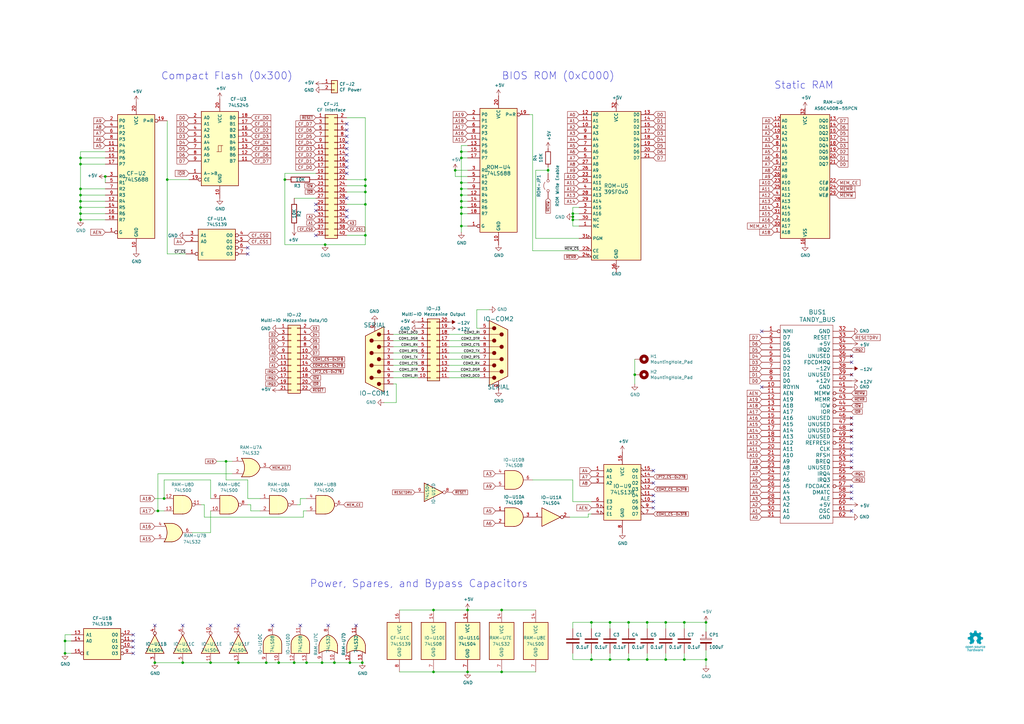
<source format=kicad_sch>
(kicad_sch (version 20250114) (generator "eeschema") (generator_version "9.0")
  (paper "A3")
  (title_block (title "Tandy 1000 EX/HX 3-in-1 Multi-IO Upgrade") (date "2021-10-14") (rev "2.2") (company "Rob Krenicki") (comment 1 "OSHW - Creative Commons Attribution ShareAlike 3.0") (comment 2 "Derrived from designs by:  Sergey Kiselev, James Pearce, Adrian Black"))
  (text "Compact Flash (0x300)" (at 66.04 33.02 0) (effects (font (size 2.9972 2.9972)) (justify left bottom)))
  (text "Static RAM" (at 317.5 36.83 0) (effects (font (size 2.9972 2.9972)) (justify left bottom)))
  (text "BIOS ROM (0xC000)" (at 205.74 33.02 0) (effects (font (size 3.048 3.048)) (justify left bottom)))
  (text "Power, Spares, and Bypass Capacitors" (at 127 241.3 0) (effects (font (size 3.048 3.048)) (justify left bottom)))
  (junction (at 125.73 271.78))
  (junction (at 191.77 250.19))
  (junction (at 92.71 189.23))
  (junction (at 33.02 77.47))
  (junction (at 189.23 92.71))
  (junction (at 189.23 64.77))
  (junction (at 149.86 83.82))
  (junction (at 149.86 78.74))
  (junction (at 33.02 64.77))
  (junction (at 68.58 73.66))
  (junction (at 177.8 275.59))
  (junction (at 86.36 271.78))
  (junction (at 43.18 72.39))
  (junction (at 273.05 255.27))
  (junction (at 137.16 271.78))
  (junction (at 177.8 250.19))
  (junction (at 120.65 271.78))
  (junction (at 289.56 270.51))
  (junction (at 33.02 90.17))
  (junction (at 189.23 62.23))
  (junction (at 149.86 73.66))
  (junction (at 33.02 67.31))
  (junction (at 63.5 271.78))
  (junction (at 149.86 76.2))
  (junction (at 116.84 73.66))
  (junction (at 257.81 270.51))
  (junction (at 205.74 250.19))
  (junction (at 189.23 85.09))
  (junction (at 26.67 267.97))
  (junction (at 224.79 69.85))
  (junction (at 260.35 153.67))
  (junction (at 234.95 87.63))
  (junction (at 189.23 74.93))
  (junction (at 273.05 270.51))
  (junction (at 33.02 80.01))
  (junction (at 33.02 85.09))
  (junction (at 186.69 69.85))
  (junction (at 242.57 270.51))
  (junction (at 26.67 262.89))
  (junction (at 33.02 87.63))
  (junction (at 133.35 100.33))
  (junction (at 250.19 270.51))
  (junction (at 242.57 255.27))
  (junction (at 189.23 77.47))
  (junction (at 189.23 87.63))
  (junction (at 33.02 82.55))
  (junction (at 132.08 271.78))
  (junction (at 74.93 271.78))
  (junction (at 280.67 270.51))
  (junction (at 109.22 271.78))
  (junction (at 67.31 204.47))
  (junction (at 265.43 255.27))
  (junction (at 189.23 82.55))
  (junction (at 143.51 271.78))
  (junction (at 205.74 275.59))
  (junction (at 250.19 255.27))
  (junction (at 289.56 255.27))
  (junction (at 148.59 271.78))
  (junction (at 64.77 209.55))
  (junction (at 191.77 275.59))
  (junction (at 280.67 255.27))
  (junction (at 114.3 271.78))
  (junction (at 257.81 255.27))
  (junction (at 234.95 88.9))
  (junction (at 189.23 80.01))
  (junction (at 234.95 90.17))
  (junction (at 97.79 271.78))
  (junction (at 265.43 270.51))
  (junction (at 149.86 96.52))
  (no_connect (at 349.25 204.47))
  (no_connect (at 349.25 146.05))
  (no_connect (at 129.54 86.36))
  (no_connect (at 134.62 256.54))
  (no_connect (at 54.61 262.89))
  (no_connect (at 349.25 184.15))
  (no_connect (at 267.97 203.2))
  (no_connect (at 54.61 267.97))
  (no_connect (at 142.24 58.42))
  (no_connect (at 63.5 256.54))
  (no_connect (at 54.61 265.43))
  (no_connect (at 129.54 96.52))
  (no_connect (at 349.25 186.69))
  (no_connect (at 123.19 256.54))
  (no_connect (at 349.25 176.53))
  (no_connect (at 142.24 53.34))
  (no_connect (at 142.24 55.88))
  (no_connect (at 312.42 135.89))
  (no_connect (at 142.24 86.36))
  (no_connect (at 349.25 153.67))
  (no_connect (at 97.79 256.54))
  (no_connect (at 267.97 208.28))
  (no_connect (at 142.24 66.04))
  (no_connect (at 142.24 63.5))
  (no_connect (at 349.25 191.77))
  (no_connect (at 101.6 101.6))
  (no_connect (at 349.25 173.99))
  (no_connect (at 349.25 209.55))
  (no_connect (at 142.24 88.9))
  (no_connect (at 312.42 158.75))
  (no_connect (at 267.97 198.12))
  (no_connect (at 349.25 199.39))
  (no_connect (at 146.05 256.54))
  (no_connect (at 142.24 71.12))
  (no_connect (at 267.97 205.74))
  (no_connect (at 54.61 260.35))
  (no_connect (at 142.24 68.58))
  (no_connect (at 349.25 201.93))
  (no_connect (at 142.24 81.28))
  (no_connect (at 129.54 83.82))
  (no_connect (at 349.25 181.61))
  (no_connect (at 142.24 50.8))
  (no_connect (at 267.97 193.04))
  (no_connect (at 111.76 256.54))
  (no_connect (at 142.24 60.96))
  (no_connect (at 349.25 189.23))
  (no_connect (at 101.6 104.14))
  (no_connect (at 349.25 179.07))
  (no_connect (at 349.25 171.45))
  (no_connect (at 74.93 256.54))
  (no_connect (at 349.25 148.59))
  (no_connect (at 86.36 256.54))
  (wire (pts (xy 162.56 165.1) (xy 157.48 165.1)))
  (wire (pts (xy 67.31 209.55) (xy 64.77 209.55)))
  (wire (pts (xy 33.02 77.47) (xy 33.02 80.01)))
  (wire (pts (xy 189.23 59.69) (xy 191.77 59.69)))
  (wire (pts (xy 77.47 73.66) (xy 68.58 73.66)))
  (wire (pts (xy 26.67 267.97) (xy 29.21 267.97)))
  (wire (pts (xy 83.82 207.01) (xy 83.82 212.09)))
  (wire (pts (xy 242.57 255.27) (xy 250.19 255.27)))
  (wire (pts (xy 280.67 270.51) (xy 273.05 270.51)))
  (wire (pts (xy 132.08 271.78) (xy 137.16 271.78)))
  (wire (pts (xy 265.43 270.51) (xy 265.43 267.97)))
  (wire (pts (xy 189.23 77.47) (xy 189.23 80.01)))
  (wire (pts (xy 273.05 270.51) (xy 265.43 270.51)))
  (wire (pts (xy 162.56 157.48) (xy 162.56 165.1)))
  (wire (pts (xy 64.77 209.55) (xy 64.77 194.31)))
  (wire (pts (xy 191.77 74.93) (xy 189.23 74.93)))
  (wire (pts (xy 260.35 147.32) (xy 260.35 153.67)))
  (wire (pts (xy 242.57 270.51) (xy 234.95 270.51)))
  (wire (pts (xy 237.49 92.71) (xy 234.95 92.71)))
  (wire (pts (xy 171.45 149.86) (xy 161.29 149.86)))
  (wire (pts (xy 95.25 194.31) (xy 64.77 194.31)))
  (wire (pts (xy 86.36 196.85) (xy 86.36 204.47)))
  (wire (pts (xy 116.84 71.12) (xy 116.84 73.66)))
  (wire (pts (xy 142.24 78.74) (xy 149.86 78.74)))
  (wire (pts (xy 219.71 97.79) (xy 237.49 97.79)))
  (wire (pts (xy 149.86 78.74) (xy 149.86 76.2)))
  (wire (pts (xy 43.18 72.39) (xy 43.18 74.93)))
  (wire (pts (xy 163.83 250.19) (xy 177.8 250.19)))
  (wire (pts (xy 171.45 139.7) (xy 161.29 139.7)))
  (wire (pts (xy 191.77 80.01) (xy 189.23 80.01)))
  (wire (pts (xy 218.44 46.99) (xy 217.17 46.99)))
  (wire (pts (xy 234.95 205.74) (xy 234.95 196.85)))
  (wire (pts (xy 43.18 62.23) (xy 33.02 62.23)))
  (wire (pts (xy 124.46 209.55) (xy 124.46 212.09)))
  (wire (pts (xy 191.77 69.85) (xy 186.69 69.85)))
  (wire (pts (xy 191.77 82.55) (xy 189.23 82.55)))
  (wire (pts (xy 224.79 68.58) (xy 224.79 69.85)))
  (wire (pts (xy 189.23 85.09) (xy 189.23 87.63)))
  (wire (pts (xy 149.86 100.33) (xy 149.86 96.52)))
  (wire (pts (xy 149.86 96.52) (xy 142.24 96.52)))
  (wire (pts (xy 67.31 204.47) (xy 67.31 196.85)))
  (wire (pts (xy 189.23 64.77) (xy 189.23 74.93)))
  (wire (pts (xy 242.57 255.27) (xy 242.57 257.81)))
  (wire (pts (xy 92.71 196.85) (xy 92.71 189.23)))
  (wire (pts (xy 273.05 255.27) (xy 280.67 255.27)))
  (wire (pts (xy 234.95 255.27) (xy 242.57 255.27)))
  (wire (pts (xy 120.65 271.78) (xy 125.73 271.78)))
  (wire (pts (xy 92.71 196.85) (xy 101.6 196.85)))
  (wire (pts (xy 234.95 90.17) (xy 234.95 88.9)))
  (wire (pts (xy 184.15 154.94) (xy 196.85 154.94)))
  (wire (pts (xy 219.71 69.85) (xy 224.79 69.85)))
  (wire (pts (xy 78.74 218.44) (xy 86.36 218.44)))
  (wire (pts (xy 242.57 205.74) (xy 234.95 205.74)))
  (wire (pts (xy 129.54 71.12) (xy 116.84 71.12)))
  (wire (pts (xy 205.74 275.59) (xy 219.71 275.59)))
  (wire (pts (xy 234.95 85.09) (xy 237.49 85.09)))
  (wire (pts (xy 191.77 275.59) (xy 205.74 275.59)))
  (wire (pts (xy 242.57 270.51) (xy 242.57 267.97)))
  (wire (pts (xy 74.93 271.78) (xy 63.5 271.78)))
  (wire (pts (xy 260.35 153.67) (xy 260.35 157.48)))
  (wire (pts (xy 101.6 204.47) (xy 101.6 196.85)))
  (wire (pts (xy 205.74 250.19) (xy 219.71 250.19)))
  (wire (pts (xy 83.82 207.01) (xy 82.55 207.01)))
  (wire (pts (xy 43.18 82.55) (xy 33.02 82.55)))
  (wire (pts (xy 33.02 80.01) (xy 33.02 82.55)))
  (wire (pts (xy 184.15 144.78) (xy 196.85 144.78)))
  (wire (pts (xy 43.18 77.47) (xy 33.02 77.47)))
  (wire (pts (xy 102.87 207.01) (xy 102.87 209.55)))
  (wire (pts (xy 289.56 259.08) (xy 289.56 255.27)))
  (wire (pts (xy 265.43 255.27) (xy 273.05 255.27)))
  (wire (pts (xy 114.3 271.78) (xy 120.65 271.78)))
  (wire (pts (xy 189.23 80.01) (xy 189.23 82.55)))
  (wire (pts (xy 234.95 270.51) (xy 234.95 267.97)))
  (wire (pts (xy 280.67 255.27) (xy 289.56 255.27)))
  (wire (pts (xy 161.29 142.24) (xy 171.45 142.24)))
  (wire (pts (xy 191.77 62.23) (xy 189.23 62.23)))
  (wire (pts (xy 189.23 82.55) (xy 189.23 85.09)))
  (wire (pts (xy 196.85 137.16) (xy 184.15 137.16)))
  (wire (pts (xy 88.9 189.23) (xy 92.71 189.23)))
  (wire (pts (xy 265.43 255.27) (xy 265.43 257.81)))
  (wire (pts (xy 149.86 76.2) (xy 149.86 73.66)))
  (wire (pts (xy 102.87 209.55) (xy 106.68 209.55)))
  (wire (pts (xy 149.86 73.66) (xy 149.86 48.26)))
  (wire (pts (xy 224.79 69.85) (xy 224.79 71.12)))
  (wire (pts (xy 234.95 92.71) (xy 234.95 90.17)))
  (wire (pts (xy 33.02 82.55) (xy 33.02 85.09)))
  (wire (pts (xy 234.95 196.85) (xy 218.44 196.85)))
  (wire (pts (xy 29.21 262.89) (xy 26.67 262.89)))
  (wire (pts (xy 191.77 87.63) (xy 189.23 87.63)))
  (wire (pts (xy 177.8 250.19) (xy 191.77 250.19)))
  (wire (pts (xy 186.69 69.85) (xy 186.69 72.39)))
  (wire (pts (xy 219.71 97.79) (xy 219.71 69.85)))
  (wire (pts (xy 116.84 100.33) (xy 133.35 100.33)))
  (wire (pts (xy 161.29 157.48) (xy 162.56 157.48)))
  (wire (pts (xy 161.29 147.32) (xy 171.45 147.32)))
  (wire (pts (xy 250.19 255.27) (xy 257.81 255.27)))
  (wire (pts (xy 237.49 90.17) (xy 234.95 90.17)))
  (wire (pts (xy 63.5 204.47) (xy 67.31 204.47)))
  (wire (pts (xy 289.56 266.7) (xy 289.56 270.51)))
  (wire (pts (xy 124.46 212.09) (xy 83.82 212.09)))
  (wire (pts (xy 234.95 88.9) (xy 234.95 87.63)))
  (wire (pts (xy 161.29 137.16) (xy 171.45 137.16)))
  (wire (pts (xy 149.86 83.82) (xy 149.86 96.52)))
  (wire (pts (xy 68.58 73.66) (xy 68.58 104.14)))
  (wire (pts (xy 149.86 100.33) (xy 133.35 100.33)))
  (wire (pts (xy 280.67 270.51) (xy 289.56 270.51)))
  (wire (pts (xy 121.92 207.01) (xy 123.19 207.01)))
  (wire (pts (xy 43.18 64.77) (xy 33.02 64.77)))
  (wire (pts (xy 237.49 102.87) (xy 218.44 102.87)))
  (wire (pts (xy 29.21 260.35) (xy 26.67 260.35)))
  (wire (pts (xy 280.67 267.97) (xy 280.67 270.51)))
  (wire (pts (xy 86.36 271.78) (xy 74.93 271.78)))
  (wire (pts (xy 26.67 260.35) (xy 26.67 262.89)))
  (wire (pts (xy 33.02 62.23) (xy 33.02 64.77)))
  (wire (pts (xy 191.77 85.09) (xy 189.23 85.09)))
  (wire (pts (xy 63.5 209.55) (xy 64.77 209.55)))
  (wire (pts (xy 125.73 271.78) (xy 132.08 271.78)))
  (wire (pts (xy 250.19 270.51) (xy 250.19 267.97)))
  (wire (pts (xy 123.19 207.01) (xy 123.19 204.47)))
  (wire (pts (xy 257.81 270.51) (xy 250.19 270.51)))
  (wire (pts (xy 33.02 87.63) (xy 33.02 90.17)))
  (wire (pts (xy 280.67 255.27) (xy 280.67 257.81)))
  (wire (pts (xy 33.02 67.31) (xy 33.02 77.47)))
  (wire (pts (xy 273.05 270.51) (xy 273.05 267.97)))
  (wire (pts (xy 196.85 142.24) (xy 184.15 142.24)))
  (wire (pts (xy 289.56 273.05) (xy 289.56 270.51)))
  (wire (pts (xy 257.81 270.51) (xy 257.81 267.97)))
  (wire (pts (xy 142.24 76.2) (xy 149.86 76.2)))
  (wire (pts (xy 43.18 67.31) (xy 33.02 67.31)))
  (wire (pts (xy 196.85 147.32) (xy 184.15 147.32)))
  (wire (pts (xy 250.19 255.27) (xy 250.19 257.81)))
  (wire (pts (xy 186.69 72.39) (xy 191.77 72.39)))
  (wire (pts (xy 43.18 85.09) (xy 33.02 85.09)))
  (wire (pts (xy 142.24 48.26) (xy 149.86 48.26)))
  (wire (pts (xy 191.77 64.77) (xy 189.23 64.77)))
  (wire (pts (xy 189.23 64.77) (xy 189.23 62.23)))
  (wire (pts (xy 189.23 92.71) (xy 189.23 95.25)))
  (wire (pts (xy 257.81 255.27) (xy 265.43 255.27)))
  (wire (pts (xy 33.02 85.09) (xy 33.02 87.63)))
  (wire (pts (xy 257.81 255.27) (xy 257.81 257.81)))
  (wire (pts (xy 120.65 81.28) (xy 129.54 81.28)))
  (wire (pts (xy 33.02 64.77) (xy 33.02 67.31)))
  (wire (pts (xy 196.85 152.4) (xy 184.15 152.4)))
  (wire (pts (xy 142.24 83.82) (xy 149.86 83.82)))
  (wire (pts (xy 33.02 90.17) (xy 43.18 90.17)))
  (wire (pts (xy 109.22 271.78) (xy 97.79 271.78)))
  (wire (pts (xy 106.68 204.47) (xy 101.6 204.47)))
  (wire (pts (xy 171.45 144.78) (xy 161.29 144.78)))
  (wire (pts (xy 171.45 154.94) (xy 161.29 154.94)))
  (wire (pts (xy 137.16 271.78) (xy 143.51 271.78)))
  (wire (pts (xy 26.67 262.89) (xy 26.67 267.97)))
  (wire (pts (xy 195.58 127) (xy 200.66 127)))
  (wire (pts (xy 273.05 255.27) (xy 273.05 257.81)))
  (wire (pts (xy 125.73 209.55) (xy 124.46 209.55)))
  (wire (pts (xy 142.24 73.66) (xy 149.86 73.66)))
  (wire (pts (xy 189.23 87.63) (xy 189.23 92.71)))
  (wire (pts (xy 184.15 139.7) (xy 196.85 139.7)))
  (wire (pts (xy 177.8 275.59) (xy 191.77 275.59)))
  (wire (pts (xy 184.15 149.86) (xy 196.85 149.86)))
  (wire (pts (xy 241.3 210.82) (xy 241.3 212.09)))
  (wire (pts (xy 92.71 189.23) (xy 95.25 189.23)))
  (wire (pts (xy 265.43 270.51) (xy 257.81 270.51)))
  (wire (pts (xy 189.23 74.93) (xy 189.23 77.47)))
  (wire (pts (xy 43.18 87.63) (xy 33.02 87.63)))
  (wire (pts (xy 205.74 250.19) (xy 191.77 250.19)))
  (wire (pts (xy 97.79 271.78) (xy 86.36 271.78)))
  (wire (pts (xy 161.29 152.4) (xy 171.45 152.4)))
  (wire (pts (xy 189.23 62.23) (xy 189.23 59.69)))
  (wire (pts (xy 234.95 87.63) (xy 234.95 85.09)))
  (wire (pts (xy 191.77 77.47) (xy 189.23 77.47)))
  (wire (pts (xy 102.87 207.01) (xy 101.6 207.01)))
  (wire (pts (xy 116.84 73.66) (xy 116.84 100.33)))
  (wire (pts (xy 191.77 92.71) (xy 189.23 92.71)))
  (wire (pts (xy 68.58 49.53) (xy 68.58 73.66)))
  (wire (pts (xy 123.19 204.47) (xy 125.73 204.47)))
  (wire (pts (xy 109.22 271.78) (xy 114.3 271.78)))
  (wire (pts (xy 43.18 80.01) (xy 33.02 80.01)))
  (wire (pts (xy 218.44 46.99) (xy 218.44 102.87)))
  (wire (pts (xy 242.57 210.82) (xy 241.3 210.82)))
  (wire (pts (xy 143.51 271.78) (xy 148.59 271.78)))
  (wire (pts (xy 67.31 196.85) (xy 86.36 196.85)))
  (wire (pts (xy 149.86 83.82) (xy 149.86 78.74)))
  (wire (pts (xy 234.95 255.27) (xy 234.95 257.81)))
  (wire (pts (xy 163.83 275.59) (xy 177.8 275.59)))
  (wire (pts (xy 86.36 209.55) (xy 86.36 218.44)))
  (wire (pts (xy 237.49 87.63) (xy 234.95 87.63)))
  (wire (pts (xy 233.68 212.09) (xy 241.3 212.09)))
  (wire (pts (xy 76.2 104.14) (xy 68.58 104.14)))
  (wire (pts (xy 250.19 270.51) (xy 242.57 270.51)))
  (wire (pts (xy 195.58 134.62) (xy 195.58 127)))
  (wire (pts (xy 196.85 134.62) (xy 195.58 134.62)))
  (image (at 400.05 262.89))
  (label "COM2_TX" (at 196.85 144.78 180) (effects (font (size 0.9906 0.9906))))
  (label "COM2_RI" (at 196.85 137.16 180) (effects (font (size 0.9906 0.9906))))
  (label "COM2_RTS" (at 196.85 147.32 180) (effects (font (size 0.9906 0.9906))))
  (label "~{CF_CS}" (at 76.2 104.14 180) (effects (font (size 0.9906 0.9906))))
  (label "COM1_TX" (at 171.45 147.32 180) (effects (font (size 0.9906 0.9906))))
  (label "COM1_RX" (at 171.45 142.24 180) (effects (font (size 0.9906 0.9906))))
  (label "COM1_DCD" (at 171.45 137.16 180) (effects (font (size 0.9906 0.9906))))
  (label "COM1_DSR" (at 171.45 139.7 180) (effects (font (size 0.9906 0.9906))))
  (label "COM1_DTR" (at 171.45 152.4 180) (effects (font (size 0.9906 0.9906))))
  (label "COM2_CTS" (at 196.85 142.24 180) (effects (font (size 0.9906 0.9906))))
  (label "COM2_DCD" (at 196.85 154.94 180) (effects (font (size 0.9906 0.9906))))
  (label "~{MEM_CS}" (at 237.49 102.87 180) (effects (font (size 0.9906 0.9906))))
  (label "COM1_RTS" (at 171.45 144.78 180) (effects (font (size 0.9906 0.9906))))
  (label "COM1_RI" (at 171.45 154.94 180) (effects (font (size 0.9906 0.9906))))
  (label "COM2_DSR" (at 196.85 152.4 180) (effects (font (size 0.9906 0.9906))))
  (label "COM2_RX" (at 196.85 149.86 180) (effects (font (size 0.9906 0.9906))))
  (label "COM1_CTS" (at 171.45 149.86 180) (effects (font (size 0.9906 0.9906))))
  (label "COM2_DTR" (at 196.85 139.7 180) (effects (font (size 0.9906 0.9906))))
  (global_label "CF_D2" (shape input) (at 129.54 63.5 180) (property "Intersheetrefs" "${INTERSHEET_REFS}" (effects (hide yes))))
  (global_label "~{MEMW}" (shape input) (at 349.25 161.29 0) (effects (font (size 0.9906 0.9906))) (property "Intersheetrefs" "${INTERSHEET_REFS}" (effects (hide yes))))
  (global_label "RESETDRV" (shape input) (at 349.25 138.43 0) (property "Intersheetrefs" "${INTERSHEET_REFS}" (effects (hide yes))))
  (global_label "A0" (shape input) (at 312.42 212.09 180) (property "Intersheetrefs" "${INTERSHEET_REFS}" (effects (hide yes))))
  (global_label "~{MEMR}" (shape input) (at 237.49 105.41 180) (effects (font (size 0.9906 0.9906))) (property "Intersheetrefs" "${INTERSHEET_REFS}" (effects (hide yes))))
  (global_label "A8" (shape input) (at 43.18 52.07 180) (property "Intersheetrefs" "${INTERSHEET_REFS}" (effects (hide yes))))
  (global_label "CF_D7" (shape input) (at 102.87 66.04 0) (property "Intersheetrefs" "${INTERSHEET_REFS}" (effects (hide yes))))
  (global_label "CF_D5" (shape input) (at 102.87 60.96 0) (property "Intersheetrefs" "${INTERSHEET_REFS}" (effects (hide yes))))
  (global_label "D6" (shape input) (at 77.47 63.5 180) (property "Intersheetrefs" "${INTERSHEET_REFS}" (effects (hide yes))))
  (global_label "A1" (shape input) (at 237.49 49.53 180) (property "Intersheetrefs" "${INTERSHEET_REFS}" (effects (hide yes))))
  (global_label "~{IOW}" (shape input) (at 129.54 76.2 180) (effects (font (size 0.9906 0.9906))) (property "Intersheetrefs" "${INTERSHEET_REFS}" (effects (hide yes))))
  (global_label "~{MEMW}" (shape input) (at 224.79 81.28 270) (effects (font (size 0.9906 0.9906))) (property "Intersheetrefs" "${INTERSHEET_REFS}" (effects (hide yes))))
  (global_label "A5" (shape input) (at 203.2 209.55 180) (property "Intersheetrefs" "${INTERSHEET_REFS}" (effects (hide yes))))
  (global_label "~{COM1_CS-0x3F8}" (shape input) (at 127 147.32 0) (effects (font (size 0.9906 0.9906))) (property "Intersheetrefs" "${INTERSHEET_REFS}" (effects (hide yes))))
  (global_label "~{IOR}" (shape input) (at 127 157.48 0) (effects (font (size 0.9906 0.9906))) (property "Intersheetrefs" "${INTERSHEET_REFS}" (effects (hide yes))))
  (global_label "D1" (shape input) (at 312.42 153.67 180) (property "Intersheetrefs" "${INTERSHEET_REFS}" (effects (hide yes))))
  (global_label "A9" (shape input) (at 203.2 199.39 180) (property "Intersheetrefs" "${INTERSHEET_REFS}" (effects (hide yes))))
  (global_label "A12" (shape input) (at 237.49 77.47 180) (property "Intersheetrefs" "${INTERSHEET_REFS}" (effects (hide yes))))
  (global_label "D3" (shape input) (at 342.9 59.69 0) (property "Intersheetrefs" "${INTERSHEET_REFS}" (effects (hide yes))))
  (global_label "~{COM2_CS-0x2F8}" (shape input) (at 267.97 200.66 0) (effects (font (size 0.9906 0.9906))) (property "Intersheetrefs" "${INTERSHEET_REFS}" (effects (hide yes))))
  (global_label "D0" (shape input) (at 342.9 67.31 0) (property "Intersheetrefs" "${INTERSHEET_REFS}" (effects (hide yes))))
  (global_label "A18" (shape input) (at 63.5 204.47 180) (property "Intersheetrefs" "${INTERSHEET_REFS}" (effects (hide yes))))
  (global_label "A9" (shape input) (at 237.49 69.85 180) (property "Intersheetrefs" "${INTERSHEET_REFS}" (effects (hide yes))))
  (global_label "A17" (shape input) (at 191.77 52.07 180) (property "Intersheetrefs" "${INTERSHEET_REFS}" (effects (hide yes))))
  (global_label "D0" (shape input) (at 77.47 48.26 180) (property "Intersheetrefs" "${INTERSHEET_REFS}" (effects (hide yes))))
  (global_label "D5" (shape input) (at 267.97 59.69 0) (property "Intersheetrefs" "${INTERSHEET_REFS}" (effects (hide yes))))
  (global_label "A7" (shape input) (at 43.18 54.61 180) (property "Intersheetrefs" "${INTERSHEET_REFS}" (effects (hide yes))))
  (global_label "A4" (shape input) (at 317.5 59.69 180) (property "Intersheetrefs" "${INTERSHEET_REFS}" (effects (hide yes))))
  (global_label "A11" (shape input) (at 312.42 184.15 180) (property "Intersheetrefs" "${INTERSHEET_REFS}" (effects (hide yes))))
  (global_label "A7" (shape input) (at 317.5 67.31 180) (property "Intersheetrefs" "${INTERSHEET_REFS}" (effects (hide yes))))
  (global_label "IRQ2" (shape input) (at 349.25 143.51 0) (effects (font (size 0.9906 0.9906))) (property "Intersheetrefs" "${INTERSHEET_REFS}" (effects (hide yes))))
  (global_label "D7" (shape input) (at 267.97 64.77 0) (property "Intersheetrefs" "${INTERSHEET_REFS}" (effects (hide yes))))
  (global_label "D1" (shape input) (at 342.9 64.77 0) (property "Intersheetrefs" "${INTERSHEET_REFS}" (effects (hide yes))))
  (global_label "CF_D6" (shape input) (at 102.87 63.5 0) (property "Intersheetrefs" "${INTERSHEET_REFS}" (effects (hide yes))))
  (global_label "CF_D0" (shape input) (at 129.54 68.58 180) (property "Intersheetrefs" "${INTERSHEET_REFS}" (effects (hide yes))))
  (global_label "A11" (shape input) (at 237.49 74.93 180) (property "Intersheetrefs" "${INTERSHEET_REFS}" (effects (hide yes))))
  (global_label "A10" (shape input) (at 312.42 186.69 180) (property "Intersheetrefs" "${INTERSHEET_REFS}" (effects (hide yes))))
  (global_label "D4" (shape input) (at 77.47 58.42 180) (property "Intersheetrefs" "${INTERSHEET_REFS}" (effects (hide yes))))
  (global_label "CF_D0" (shape input) (at 102.87 48.26 0) (property "Intersheetrefs" "${INTERSHEET_REFS}" (effects (hide yes))))
  (global_label "A13" (shape input) (at 317.5 82.55 180) (property "Intersheetrefs" "${INTERSHEET_REFS}" (effects (hide yes))))
  (global_label "A10" (shape input) (at 237.49 72.39 180) (property "Intersheetrefs" "${INTERSHEET_REFS}" (effects (hide yes))))
  (global_label "A18" (shape input) (at 191.77 49.53 180) (property "Intersheetrefs" "${INTERSHEET_REFS}" (effects (hide yes))))
  (global_label "A3" (shape input) (at 317.5 57.15 180) (property "Intersheetrefs" "${INTERSHEET_REFS}" (effects (hide yes))))
  (global_label "A8" (shape input) (at 317.5 69.85 180) (property "Intersheetrefs" "${INTERSHEET_REFS}" (effects (hide yes))))
  (global_label "D1" (shape input) (at 77.47 50.8 180) (property "Intersheetrefs" "${INTERSHEET_REFS}" (effects (hide yes))))
  (global_label "A17" (shape input) (at 312.42 168.91 180) (property "Intersheetrefs" "${INTERSHEET_REFS}" (effects (hide yes))))
  (global_label "A6" (shape input) (at 317.5 64.77 180) (property "Intersheetrefs" "${INTERSHEET_REFS}" (effects (hide yes))))
  (global_label "A14" (shape input) (at 317.5 85.09 180) (property "Intersheetrefs" "${INTERSHEET_REFS}" (effects (hide yes))))
  (global_label "A16" (shape input) (at 191.77 54.61 180) (property "Intersheetrefs" "${INTERSHEET_REFS}" (effects (hide yes))))
  (global_label "MEM_A17" (shape input) (at 110.49 191.77 0) (effects (font (size 0.9906 0.9906))) (property "Intersheetrefs" "${INTERSHEET_REFS}" (effects (hide yes))))
  (global_label "A12" (shape input) (at 312.42 181.61 180) (property "Intersheetrefs" "${INTERSHEET_REFS}" (effects (hide yes))))
  (global_label "IRQ4" (shape input) (at 349.25 194.31 0) (effects (font (size 0.9906 0.9906))) (property "Intersheetrefs" "${INTERSHEET_REFS}" (effects (hide yes))))
  (global_label "D5" (shape input) (at 312.42 143.51 180) (property "Intersheetrefs" "${INTERSHEET_REFS}" (effects (hide yes))))
  (global_label "A11" (shape input) (at 317.5 77.47 180) (property "Intersheetrefs" "${INTERSHEET_REFS}" (effects (hide yes))))
  (global_label "A5" (shape input) (at 312.42 199.39 180) (property "Intersheetrefs" "${INTERSHEET_REFS}" (effects (hide yes))))
  (global_label "A1" (shape input) (at 317.5 52.07 180) (property "Intersheetrefs" "${INTERSHEET_REFS}" (effects (hide yes))))
  (global_label "A15" (shape input) (at 63.5 220.98 180) (property "Intersheetrefs" "${INTERSHEET_REFS}" (effects (hide yes))))
  (global_label "A4" (shape input) (at 237.49 57.15 180) (property "Intersheetrefs" "${INTERSHEET_REFS}" (effects (hide yes))))
  (global_label "RESETDRV" (shape input) (at 170.18 201.93 180) (effects (font (size 0.9906 0.9906))) (property "Intersheetrefs" "${INTERSHEET_REFS}" (effects (hide yes))))
  (global_label "~{RESET}" (shape input) (at 129.54 48.26 180) (effects (font (size 0.9906 0.9906))) (property "Intersheetrefs" "${INTERSHEET_REFS}" (effects (hide yes))))
  (global_label "D3" (shape input) (at 77.47 55.88 180) (property "Intersheetrefs" "${INTERSHEET_REFS}" (effects (hide yes))))
  (global_label "IRQ4" (shape input) (at 114.3 152.4 180) (effects (font (size 0.9906 0.9906))) (property "Intersheetrefs" "${INTERSHEET_REFS}" (effects (hide yes))))
  (global_label "A7" (shape input) (at 237.49 64.77 180) (property "Intersheetrefs" "${INTERSHEET_REFS}" (effects (hide yes))))
  (global_label "~{IOR}" (shape input) (at 77.47 71.12 180) (property "Intersheetrefs" "${INTERSHEET_REFS}" (effects (hide yes))))
  (global_label "A18" (shape input) (at 312.42 166.37 180) (property "Intersheetrefs" "${INTERSHEET_REFS}" (effects (hide yes))))
  (global_label "D4" (shape input) (at 267.97 57.15 0) (property "Intersheetrefs" "${INTERSHEET_REFS}" (effects (hide yes))))
  (global_label "A14" (shape input) (at 237.49 82.55 180) (property "Intersheetrefs" "${INTERSHEET_REFS}" (effects (hide yes))))
  (global_label "~{LPT2_CS-0x278}" (shape input) (at 127 152.4 0) (effects (font (size 0.9906 0.9906))) (property "Intersheetrefs" "${INTERSHEET_REFS}" (effects (hide yes))))
  (global_label "CF_D4" (shape input) (at 102.87 58.42 0) (property "Intersheetrefs" "${INTERSHEET_REFS}" (effects (hide yes))))
  (global_label "CF_D2" (shape input) (at 102.87 53.34 0) (property "Intersheetrefs" "${INTERSHEET_REFS}" (effects (hide yes))))
  (global_label "A4" (shape input) (at 242.57 193.04 180) (property "Intersheetrefs" "${INTERSHEET_REFS}" (effects (hide yes))))
  (global_label "D6" (shape input) (at 267.97 62.23 0) (property "Intersheetrefs" "${INTERSHEET_REFS}" (effects (hide yes))))
  (global_label "A7" (shape input) (at 312.42 194.31 180) (property "Intersheetrefs" "${INTERSHEET_REFS}" (effects (hide yes))))
  (global_label "A2" (shape input) (at 129.54 88.9 180) (effects (font (size 0.9906 0.9906))) (property "Intersheetrefs" "${INTERSHEET_REFS}" (effects (hide yes))))
  (global_label "~{IOR}" (shape input) (at 349.25 168.91 0) (effects (font (size 0.9906 0.9906))) (property "Intersheetrefs" "${INTERSHEET_REFS}" (effects (hide yes))))
  (global_label "A2" (shape input) (at 312.42 207.01 180) (property "Intersheetrefs" "${INTERSHEET_REFS}" (effects (hide yes))))
  (global_label "~{IOW}" (shape input) (at 127 154.94 0) (effects (font (size 0.9906 0.9906))) (property "Intersheetrefs" "${INTERSHEET_REFS}" (effects (hide yes))))
  (global_label "A19" (shape input) (at 88.9 189.23 180) (effects (font (size 0.9906 0.9906))) (property "Intersheetrefs" "${INTERSHEET_REFS}" (effects (hide yes))))
  (global_label "D6" (shape input) (at 127 142.24 0) (effects (font (size 0.9906 0.9906))) (property "Intersheetrefs" "${INTERSHEET_REFS}" (effects (hide yes))))
  (global_label "~{COM2_CS-0x2F8}" (shape input) (at 127 149.86 0) (effects (font (size 0.9906 0.9906))) (property "Intersheetrefs" "${INTERSHEET_REFS}" (effects (hide yes))))
  (global_label "~{RESET}" (shape input) (at 127 160.02 0) (effects (font (size 0.9906 0.9906))) (property "Intersheetrefs" "${INTERSHEET_REFS}" (effects (hide yes))))
  (global_label "A13" (shape input) (at 312.42 179.07 180) (property "Intersheetrefs" "${INTERSHEET_REFS}" (effects (hide yes))))
  (global_label "A0" (shape input) (at 237.49 46.99 180) (property "Intersheetrefs" "${INTERSHEET_REFS}" (effects (hide yes))))
  (global_label "A6" (shape input) (at 237.49 62.23 180) (property "Intersheetrefs" "${INTERSHEET_REFS}" (effects (hide yes))))
  (global_label "D7" (shape input) (at 312.42 138.43 180) (property "Intersheetrefs" "${INTERSHEET_REFS}" (effects (hide yes))))
  (global_label "A4" (shape input) (at 76.2 99.06 180) (property "Intersheetrefs" "${INTERSHEET_REFS}" (effects (hide yes))))
  (global_label "D2" (shape input) (at 312.42 151.13 180) (property "Intersheetrefs" "${INTERSHEET_REFS}" (effects (hide yes))))
  (global_label "CF_D7" (shape input) (at 129.54 50.8 180) (property "Intersheetrefs" "${INTERSHEET_REFS}" (effects (hide yes))))
  (global_label "A17" (shape input) (at 63.5 209.55 180) (property "Intersheetrefs" "${INTERSHEET_REFS}" (effects (hide yes))))
  (global_label "D7" (shape input) (at 342.9 49.53 0) (property "Intersheetrefs" "${INTERSHEET_REFS}" (effects (hide yes))))
  (global_label "A15" (shape input) (at 317.5 87.63 180) (property "Intersheetrefs" "${INTERSHEET_REFS}" (effects (hide yes))))
  (global_label "A5" (shape input) (at 317.5 62.23 180) (property "Intersheetrefs" "${INTERSHEET_REFS}" (effects (hide yes))))
  (global_label "A8" (shape input) (at 312.42 191.77 180) (property "Intersheetrefs" "${INTERSHEET_REFS}" (effects (hide yes))))
  (global_label "A5" (shape input) (at 43.18 59.69 180) (property "Intersheetrefs" "${INTERSHEET_REFS}" (effects (hide yes))))
  (global_label "A0" (shape input) (at 317.5 49.53 180) (property "Intersheetrefs" "${INTERSHEET_REFS}" (effects (hide yes))))
  (global_label "A10" (shape input) (at 317.5 74.93 180) (property "Intersheetrefs" "${INTERSHEET_REFS}" (effects (hide yes))))
  (global_label "A4" (shape input) (at 312.42 201.93 180) (property "Intersheetrefs" "${INTERSHEET_REFS}" (effects (hide yes))))
  (global_label "A3" (shape input) (at 237.49 54.61 180) (property "Intersheetrefs" "${INTERSHEET_REFS}" (effects (hide yes))))
  (global_label "A16" (shape input) (at 312.42 171.45 180) (property "Intersheetrefs" "${INTERSHEET_REFS}" (effects (hide yes))))
  (global_label "IRQ3" (shape input) (at 349.25 196.85 0) (effects (font (size 0.9906 0.9906))) (property "Intersheetrefs" "${INTERSHEET_REFS}" (effects (hide yes))))
  (global_label "~{COM1_CS-0x3F8}" (shape input) (at 267.97 210.82 0) (effects (font (size 0.9906 0.9906))) (property "Intersheetrefs" "${INTERSHEET_REFS}" (effects (hide yes))))
  (global_label "A9" (shape input) (at 312.42 189.23 180) (property "Intersheetrefs" "${INTERSHEET_REFS}" (effects (hide yes))))
  (global_label "A6" (shape input) (at 43.18 57.15 180) (property "Intersheetrefs" "${INTERSHEET_REFS}" (effects (hide yes))))
  (global_label "~{MEMR}" (shape input) (at 349.25 163.83 0) (effects (font (size 0.9906 0.9906))) (property "Intersheetrefs" "${INTERSHEET_REFS}" (effects (hide yes))))
  (global_label "D3" (shape input) (at 127 134.62 0) (effects (font (size 0.9906 0.9906))) (property "Intersheetrefs" "${INTERSHEET_REFS}" (effects (hide yes))))
  (global_label "~{LPT2_CS-0x278}" (shape input) (at 267.97 195.58 0) (effects (font (size 0.9906 0.9906))) (property "Intersheetrefs" "${INTERSHEET_REFS}" (effects (hide yes))))
  (global_label "IRQ2" (shape input) (at 114.3 154.94 180) (effects (font (size 0.9906 0.9906))) (property "Intersheetrefs" "${INTERSHEET_REFS}" (effects (hide yes))))
  (global_label "D4" (shape input) (at 342.9 57.15 0) (property "Intersheetrefs" "${INTERSHEET_REFS}" (effects (hide yes))))
  (global_label "A18" (shape input) (at 317.5 95.25 180) (property "Intersheetrefs" "${INTERSHEET_REFS}" (effects (hide yes))))
  (global_label "A14" (shape input) (at 312.42 176.53 180) (property "Intersheetrefs" "${INTERSHEET_REFS}" (effects (hide yes))))
  (global_label "D3" (shape input) (at 267.97 54.61 0) (property "Intersheetrefs" "${INTERSHEET_REFS}" (effects (hide yes))))
  (global_label "D7" (shape input) (at 127 144.78 0) (effects (font (size 0.9906 0.9906))) (property "Intersheetrefs" "${INTERSHEET_REFS}" (effects (hide yes))))
  (global_label "D5" (shape input) (at 127 139.7 0) (effects (font (size 0.9906 0.9906))) (property "Intersheetrefs" "${INTERSHEET_REFS}" (effects (hide yes))))
  (global_label "A15" (shape input) (at 312.42 173.99 180) (property "Intersheetrefs" "${INTERSHEET_REFS}" (effects (hide yes))))
  (global_label "A2" (shape input) (at 317.5 54.61 180) (property "Intersheetrefs" "${INTERSHEET_REFS}" (effects (hide yes))))
  (global_label "D2" (shape input) (at 342.9 62.23 0) (property "Intersheetrefs" "${INTERSHEET_REFS}" (effects (hide yes))))
  (global_label "A1" (shape input) (at 114.3 149.86 180) (effects (font (size 0.9906 0.9906))) (property "Intersheetrefs" "${INTERSHEET_REFS}" (effects (hide yes))))
  (global_label "~{IOR}" (shape input) (at 129.54 78.74 180) (effects (font (size 0.9906 0.9906))) (property "Intersheetrefs" "${INTERSHEET_REFS}" (effects (hide yes))))
  (global_label "A1" (shape input) (at 129.54 91.44 180) (effects (font (size 0.9906 0.9906))) (property "Intersheetrefs" "${INTERSHEET_REFS}" (effects (hide yes))))
  (global_label "A6" (shape input) (at 312.42 196.85 180) (property "Intersheetrefs" "${INTERSHEET_REFS}" (effects (hide yes))))
  (global_label "MEM_CE" (shape input) (at 140.97 207.01 0) (effects (font (size 0.9906 0.9906))) (property "Intersheetrefs" "${INTERSHEET_REFS}" (effects (hide yes))))
  (global_label "A7" (shape input) (at 242.57 195.58 180) (property "Intersheetrefs" "${INTERSHEET_REFS}" (effects (hide yes))))
  (global_label "D0" (shape input) (at 312.42 156.21 180) (property "Intersheetrefs" "${INTERSHEET_REFS}" (effects (hide yes))))
  (global_label "~{RESET}" (shape input) (at 185.42 201.93 0) (effects (font (size 0.9906 0.9906))) (property "Intersheetrefs" "${INTERSHEET_REFS}" (effects (hide yes))))
  (global_label "CF_D3" (shape input) (at 102.87 55.88 0) (property "Intersheetrefs" "${INTERSHEET_REFS}" (effects (hide yes))))
  (global_label "D0" (shape input) (at 114.3 142.24 180) (effects (font (size 0.9906 0.9906))) (property "Intersheetrefs" "${INTERSHEET_REFS}" (effects (hide yes))))
  (global_label "CF_CS1" (shape input) (at 142.24 93.98 0) (effects (font (size 0.9906 0.9906))) (property "Intersheetrefs" "${INTERSHEET_REFS}" (effects (hide yes))))
  (global_label "D2" (shape input) (at 77.47 53.34 180) (property "Intersheetrefs" "${INTERSHEET_REFS}" (effects (hide yes))))
  (global_label "D3" (shape input) (at 312.42 148.59 180) (property "Intersheetrefs" "${INTERSHEET_REFS}" (effects (hide yes))))
  (global_label "A19" (shape input) (at 312.42 163.83 180) (property "Intersheetrefs" "${INTERSHEET_REFS}" (effects (hide yes))))
  (global_label "CF_CS1" (shape input) (at 101.6 99.06 0) (property "Intersheetrefs" "${INTERSHEET_REFS}" (effects (hide yes))))
  (global_label "CF_D5" (shape input) (at 129.54 55.88 180) (property "Intersheetrefs" "${INTERSHEET_REFS}" (effects (hide yes))))
  (global_label "AEN" (shape input) (at 312.42 161.29 180) (property "Intersheetrefs" "${INTERSHEET_REFS}" (effects (hide yes))))
  (global_label "A1" (shape input) (at 312.42 209.55 180) (property "Intersheetrefs" "${INTERSHEET_REFS}" (effects (hide yes))))
  (global_label "A8" (shape input) (at 237.49 67.31 180) (property "Intersheetrefs" "${INTERSHEET_REFS}" (effects (hide yes))))
  (global_label "A6" (shape input) (at 203.2 214.63 180) (property "Intersheetrefs" "${INTERSHEET_REFS}" (effects (hide yes))))
  (global_label "A5" (shape input) (at 237.49 59.69 180) (property "Intersheetrefs" "${INTERSHEET_REFS}" (effects (hide yes))))
  (global_label "A3" (shape input) (at 142.24 91.44 0) (effects (font (size 0.9906 0.9906))) (property "Intersheetrefs" "${INTERSHEET_REFS}" (effects (hide yes))))
  (global_label "IRQ3" (shape input) (at 114.3 157.48 180) (effects (font (size 0.9906 0.9906))) (property "Intersheetrefs" "${INTERSHEET_REFS}" (effects (hide yes))))
  (global_label "A8" (shape input) (at 242.57 198.12 180) (property "Intersheetrefs" "${INTERSHEET_REFS}" (effects (hide yes))))
  (global_label "D0" (shape input) (at 267.97 46.99 0) (property "Intersheetrefs" "${INTERSHEET_REFS}" (effects (hide yes))))
  (global_label "D2" (shape input) (at 114.3 137.16 180) (effects (font (size 0.9906 0.9906))) (property "Intersheetrefs" "${INTERSHEET_REFS}" (effects (hide yes))))
  (global_label "A19" (shape input) (at 191.77 46.99 180) (property "Intersheetrefs" "${INTERSHEET_REFS}" (effects (hide yes))))
  (global_label "A16" (shape input) (at 63.5 215.9 180) (property "Intersheetrefs" "${INTERSHEET_REFS}" (effects (hide yes))))
  (global_label "MEM_A17" (shape input) (at 317.5 92.71 180) (property "Intersheetrefs" "${INTERSHEET_REFS}" (effects (hide yes))))
  (global_label "A3" (shape input) (at 203.2 194.31 180) (property "Intersheetrefs" "${INTERSHEET_REFS}" (effects (hide yes))))
  (global_label "~{IOW}" (shape input) (at 349.25 166.37 0) (effects (font (size 0.9906 0.9906))) (property "Intersheetrefs" "${INTERSHEET_REFS}" (effects (hide yes))))
  (global_label "~{MEMR}" (shape input) (at 342.9 77.47 0) (property "Intersheetrefs" "${INTERSHEET_REFS}" (effects (hide yes))))
  (global_label "CF_D3" (shape input) (at 129.54 60.96 180) (property "Intersheetrefs" "${INTERSHEET_REFS}" (effects (hide yes))))
  (global_label "CF_CS0" (shape input) (at 129.54 93.98 180) (effects (font (size 0.9906 0.9906))) (property "Intersheetrefs" "${INTERSHEET_REFS}" (effects (hide yes))))
  (global_label "MEM_CE" (shape input) (at 342.9 74.93 0) (property "Intersheetrefs" "${INTERSHEET_REFS}" (effects (hide yes))))
  (global_label "A2" (shape input) (at 114.3 147.32 180) (effects (font (size 0.9906 0.9906))) (property "Intersheetrefs" "${INTERSHEET_REFS}" (effects (hide yes))))
  (global_label "A2" (shape input) (at 237.49 52.07 180) (property "Intersheetrefs" "${INTERSHEET_REFS}" (effects (hide yes))))
  (global_label "A9" (shape input) (at 43.18 49.53 180) (property "Intersheetrefs" "${INTERSHEET_REFS}" (effects (hide yes))))
  (global_label "CF_D4" (shape input) (at 129.54 58.42 180) (property "Intersheetrefs" "${INTERSHEET_REFS}" (effects (hide yes))))
  (global_label "D7" (shape input) (at 77.47 66.04 180) (property "Intersheetrefs" "${INTERSHEET_REFS}" (effects (hide yes))))
  (global_label "AEN" (shape input) (at 43.18 95.25 180) (property "Intersheetrefs" "${INTERSHEET_REFS}" (effects (hide yes))))
  (global_label "D6" (shape input) (at 312.42 140.97 180) (property "Intersheetrefs" "${INTERSHEET_REFS}" (effects (hide yes))))
  (global_label "CF_D1" (shape input) (at 102.87 50.8 0) (property "Intersheetrefs" "${INTERSHEET_REFS}" (effects (hide yes))))
  (global_label "A15" (shape input) (at 191.77 57.15 180) (property "Intersheetrefs" "${INTERSHEET_REFS}" (effects (hide yes))))
  (global_label "~{MEMW}" (shape input) (at 342.9 80.01 0) (property "Intersheetrefs" "${INTERSHEET_REFS}" (effects (hide yes))))
  (global_label "D4" (shape input) (at 312.42 146.05 180) (property "Intersheetrefs" "${INTERSHEET_REFS}" (effects (hide yes))))
  (global_label "A0" (shape input) (at 114.3 144.78 180) (effects (font (size 0.9906 0.9906))) (property "Intersheetrefs" "${INTERSHEET_REFS}" (effects (hide yes))))
  (global_label "D1" (shape input) (at 267.97 49.53 0) (property "Intersheetrefs" "${INTERSHEET_REFS}" (effects (hide yes))))
  (global_label "D1" (shape input) (at 114.3 139.7 180) (effects (font (size 0.9906 0.9906))) (property "Intersheetrefs" "${INTERSHEET_REFS}" (effects (hide yes))))
  (global_label "D4" (shape input) (at 127 137.16 0) (effects (font (size 0.9906 0.9906))) (property "Intersheetrefs" "${INTERSHEET_REFS}" (effects (hide yes))))
  (global_label "AEN" (shape input) (at 242.57 208.28 180) (property "Intersheetrefs" "${INTERSHEET_REFS}" (effects (hide yes))))
  (global_label "A12" (shape input) (at 317.5 80.01 180) (property "Intersheetrefs" "${INTERSHEET_REFS}" (effects (hide yes))))
  (global_label "CF_D6" (shape input) (at 129.54 53.34 180) (property "Intersheetrefs" "${INTERSHEET_REFS}" (effects (hide yes))))
  (global_label "A13" (shape input) (at 237.49 80.01 180) (property "Intersheetrefs" "${INTERSHEET_REFS}" (effects (hide yes))))
  (global_label "A9" (shape input) (at 317.5 72.39 180) (property "Intersheetrefs" "${INTERSHEET_REFS}" (effects (hide yes))))
  (global_label "D2" (shape input) (at 267.97 52.07 0) (property "Intersheetrefs" "${INTERSHEET_REFS}" (effects (hide yes))))
  (global_label "D6" (shape input) (at 342.9 52.07 0) (property "Intersheetrefs" "${INTERSHEET_REFS}" (effects (hide yes))))
  (global_label "A16" (shape input) (at 317.5 90.17 180) (property "Intersheetrefs" "${INTERSHEET_REFS}" (effects (hide yes))))
  (global_label "CF_D1" (shape input) (at 129.54 66.04 180) (property "Intersheetrefs" "${INTERSHEET_REFS}" (effects (hide yes))))
  (global_label "CF_CS0" (shape input) (at 101.6 96.52 0) (property "Intersheetrefs" "${INTERSHEET_REFS}" (effects (hide yes))))
  (global_label "D5" (shape input) (at 342.9 54.61 0) (property "Intersheetrefs" "${INTERSHEET_REFS}" (effects (hide yes))))
  (global_label "A3" (shape input) (at 312.42 204.47 180) (property "Intersheetrefs" "${INTERSHEET_REFS}" (effects (hide yes))))
  (global_label "D5" (shape input) (at 77.47 60.96 180) (property "Intersheetrefs" "${INTERSHEET_REFS}" (effects (hide yes))))
  (symbol (lib_id "Memory_RAM:AS6C4008-55PCN") (at 330.2 72.39 0) (unit 1)
    (property "Reference" "RAM-U6" (at 341.63 41.91 0))
    (property "Value" "AS6C4008-55PCN" (at 342.9 44.45 0))
    (property "Footprint" "Package_DIP:DIP-32_W15.24mm" (effects (hide yes)))
    (property "Datasheet" "https://www.alliancememory.com/wp-content/uploads/pdf/AS6C4008.pdf" (effects (hide yes)))
  )
  (symbol (lib_id "power:GND") (at 330.2 100.33 0) (unit 1)
    (property "Reference" "#PWR0101" (effects (hide yes)))
    (property "Value" "GND" (at 330.327 104.7242 0))
  )
  (symbol (lib_id "power:+5V") (at 330.2 44.45 0) (unit 1)
    (property "Reference" "#PWR0104" (effects (hide yes)))
    (property "Value" "+5V" (at 330.581 40.0558 0))
  )
  (symbol (lib_id "74xx:74LS32") (at 102.87 191.77 0) (unit 1)
    (property "Reference" "RAM-U7" (at 102.87 183.515 0))
    (property "Value" "74LS32" (at 102.87 185.8264 0))
    (property "Footprint" "Package_DIP:DIP-14_W7.62mm" (effects (hide yes)))
    (property "Datasheet" "http://www.ti.com/lit/gpn/sn74LS32" (effects (hide yes)))
  )
  (symbol (lib_id "74xx:74LS32") (at 71.12 218.44 0) (unit 2)
    (property "Reference" "RAM-U7" (at 80.01 219.71 0))
    (property "Value" "74LS32" (at 78.74 222.25 0))
    (property "Footprint" "Package_DIP:DIP-14_W7.62mm" (effects (hide yes)))
    (property "Datasheet" "http://www.ti.com/lit/gpn/sn74LS32" (effects (hide yes)))
  )
  (symbol (lib_id "74xx:74LS00") (at 74.93 207.01 0) (unit 4)
    (property "Reference" "RAM-U8" (at 74.93 198.755 0))
    (property "Value" "74LS00" (at 74.93 201.0664 0))
    (property "Footprint" "Package_DIP:DIP-14_W7.62mm" (effects (hide yes)))
    (property "Datasheet" "http://www.ti.com/lit/gpn/sn74ls00" (effects (hide yes)))
  )
  (symbol (lib_id "74xx:74LS00") (at 93.98 207.01 0) (unit 3)
    (property "Reference" "RAM-U8" (at 93.98 198.755 0))
    (property "Value" "74LS00" (at 93.98 201.0664 0))
    (property "Footprint" "Package_DIP:DIP-14_W7.62mm" (effects (hide yes)))
    (property "Datasheet" "http://www.ti.com/lit/gpn/sn74ls00" (effects (hide yes)))
  )
  (symbol (lib_id "74xx:74LS00") (at 114.3 207.01 0) (unit 1)
    (property "Reference" "RAM-U8" (at 114.3 198.755 0))
    (property "Value" "74LS00" (at 114.3 201.0664 0))
    (property "Footprint" "Package_DIP:DIP-14_W7.62mm" (effects (hide yes)))
    (property "Datasheet" "http://www.ti.com/lit/gpn/sn74ls00" (effects (hide yes)))
  )
  (symbol (lib_id "74xx:74LS00") (at 133.35 207.01 0) (unit 2)
    (property "Reference" "RAM-U8" (at 133.35 198.755 0))
    (property "Value" "74LS00" (at 133.35 201.0664 0))
    (property "Footprint" "Package_DIP:DIP-14_W7.62mm" (effects (hide yes)))
    (property "Datasheet" "http://www.ti.com/lit/gpn/sn74ls00" (effects (hide yes)))
  )
  (symbol (lib_id "74xx:74LS688") (at 55.88 72.39 0) (unit 1)
    (property "Reference" "CF-U2" (at 55.88 71.12 0) (effects (font (size 1.524 1.524))))
    (property "Value" "74LS688" (at 55.88 73.66 0) (effects (font (size 1.524 1.524))))
    (property "Footprint" "Package_DIP:DIP-20_W7.62mm" (effects (hide yes)))
  )
  (symbol (lib_id "power:GND") (at 33.02 90.17 0) (unit 1)
    (property "Reference" "#PWR0122" (effects (hide yes)))
    (property "Value" "GND" (at 33.147 94.5642 0))
  )
  (symbol (lib_id "74xx:74LS139") (at 88.9 99.06 0) (unit 1)
    (property "Reference" "CF-U1" (at 88.9 89.7382 0))
    (property "Value" "74LS139" (at 88.9 92.0496 0))
    (property "Footprint" "Package_DIP:DIP-16_W7.62mm" (effects (hide yes)))
    (property "Datasheet" "http://www.ti.com/lit/gpn/sn74LS139" (effects (hide yes)))
  )
  (symbol (lib_id "74xx:74LS245") (at 90.17 60.96 0) (unit 1)
    (property "Reference" "CF-U3" (at 97.79 40.64 0))
    (property "Value" "74LS245" (at 97.79 43.18 0))
    (property "Footprint" "Package_DIP:DIP-20_W7.62mm" (effects (hide yes)))
    (property "Datasheet" "http://www.ti.com/lit/gpn/sn74LS245" (effects (hide yes)))
  )
  (symbol (lib_id "power:GND") (at 76.2 96.52 270) (unit 1)
    (property "Reference" "#PWR0123" (effects (hide yes)))
    (property "Value" "GND" (at 72.9488 96.647 90) (effects (justify right)))
  )
  (symbol (lib_id "74xx:74LS139") (at 41.91 262.89 0) (unit 2)
    (property "Reference" "CF-U1" (at 41.91 253.5682 0))
    (property "Value" "74LS139" (at 41.91 255.8796 0))
    (property "Footprint" "Package_DIP:DIP-16_W7.62mm" (effects (hide yes)))
    (property "Datasheet" "http://www.ti.com/lit/gpn/sn74LS139" (effects (hide yes)))
  )
  (symbol (lib_id "power:GND") (at 26.67 267.97 0) (unit 1)
    (property "Reference" "#PWR0124" (effects (hide yes)))
    (property "Value" "GND" (at 26.797 272.3642 0))
  )
  (symbol (lib_id "Memory_Flash:SST39SF010") (at 252.73 77.47 0) (unit 1)
    (property "Reference" "ROM-U5" (at 252.73 76.2 0) (effects (font (size 1.524 1.524))))
    (property "Value" "39SF0x0" (at 252.73 78.74 0) (effects (font (size 1.524 1.524))))
    (property "Footprint" "Package_DIP:DIP-32_W15.24mm" (effects (hide yes)))
  )
  (symbol (lib_id "74xx:74LS688") (at 204.47 69.85 0) (unit 1)
    (property "Reference" "ROM-U4" (at 204.47 68.58 0) (effects (font (size 1.524 1.524))))
    (property "Value" "74LS688" (at 204.47 71.12 0) (effects (font (size 1.524 1.524))))
    (property "Footprint" "Package_DIP:DIP-20_W7.62mm" (effects (hide yes)))
  )
  (symbol (lib_id "3-in-1dual-rescue:R-xt-cf-rescue-3-in-1-rescue-3-in-1-rescue-3-in-1dual-rescue") (at 123.19 73.66 90) (unit 1)
    (property "Reference" "R3" (at 121.92 76.2 90))
    (property "Value" "10K" (at 123.19 73.66 90))
    (property "Footprint" "Resistor_THT:R_Axial_DIN0204_L3.6mm_D1.6mm_P5.08mm_Horizontal" (effects (hide yes)))
  )
  (symbol (lib_id "3-in-1dual-rescue:R-xt-cf-rescue-3-in-1-rescue-3-in-1-rescue-3-in-1dual-rescue") (at 120.65 87.63 0) (unit 1)
    (property "Reference" "R2" (at 122.682 87.63 90))
    (property "Value" "10K" (at 120.65 87.63 90))
    (property "Footprint" "Resistor_THT:R_Axial_DIN0204_L3.6mm_D1.6mm_P5.08mm_Horizontal" (effects (hide yes)))
  )
  (symbol (lib_id "power:GND") (at 90.17 81.28 0) (unit 1)
    (property "Reference" "#PWR0125" (effects (hide yes)))
    (property "Value" "GND" (at 90.297 85.6742 0))
  )
  (symbol (lib_id "power:GND") (at 55.88 102.87 0) (unit 1)
    (property "Reference" "#PWR0126" (effects (hide yes)))
    (property "Value" "GND" (at 56.007 107.2642 0))
  )
  (symbol (lib_id "power:GND") (at 204.47 100.33 0) (unit 1)
    (property "Reference" "#PWR0127" (effects (hide yes)))
    (property "Value" "GND" (at 204.597 104.7242 0))
  )
  (symbol (lib_id "power:GND") (at 252.73 107.95 0) (unit 1)
    (property "Reference" "#PWR0128" (effects (hide yes)))
    (property "Value" "GND" (at 252.857 112.3442 0))
  )
  (symbol (lib_id "power:+5V") (at 55.88 41.91 0) (unit 1)
    (property "Reference" "#PWR0129" (effects (hide yes)))
    (property "Value" "+5V" (at 56.261 37.5158 0))
  )
  (symbol (lib_id "power:+5V") (at 90.17 40.64 0) (unit 1)
    (property "Reference" "#PWR0130" (effects (hide yes)))
    (property "Value" "+5V" (at 90.551 36.2458 0))
  )
  (symbol (lib_id "power:+5V") (at 120.65 93.98 180) (unit 1)
    (property "Reference" "#PWR0131" (effects (hide yes)))
    (property "Value" "+5V" (at 120.269 98.3742 0))
  )
  (symbol (lib_id "power:+5V") (at 252.73 44.45 0) (unit 1)
    (property "Reference" "#PWR0133" (effects (hide yes)))
    (property "Value" "+5V" (at 253.111 40.0558 0))
  )
  (symbol (lib_id "power:+5V") (at 204.47 39.37 0) (unit 1)
    (property "Reference" "#PWR0134" (effects (hide yes)))
    (property "Value" "+5V" (at 204.851 34.9758 0))
  )
  (symbol (lib_id "power:+5V") (at 186.69 69.85 0) (unit 1)
    (property "Reference" "#PWR0135" (effects (hide yes)))
    (property "Value" "+5V" (at 187.071 65.4558 0))
  )
  (symbol (lib_id "power:+5V") (at 43.18 72.39 90) (unit 1)
    (property "Reference" "#PWR0136" (effects (hide yes)))
    (property "Value" "+5V" (at 39.9288 72.009 90) (effects (justify left)))
  )
  (symbol (lib_id "power:GND") (at 189.23 95.25 0) (unit 1)
    (property "Reference" "#PWR0137" (effects (hide yes)))
    (property "Value" "GND" (at 189.357 99.6442 0))
  )
  (symbol (lib_id "Connector_Generic:Conn_02x20_Odd_Even") (at 134.62 71.12 0) (unit 1)
    (property "Reference" "CF-J1" (at 135.89 42.7482 0))
    (property "Value" "CF Interface" (at 135.89 45.0596 0))
    (property "Footprint" "Connector_PinSocket_2.54mm:PinSocket_2x20_P2.54mm_Vertical" (effects (hide yes)))
  )
  (symbol (lib_id "power:GND") (at 133.35 100.33 0) (unit 1)
    (property "Reference" "#PWR0139" (effects (hide yes)))
    (property "Value" "GND" (at 133.477 104.7242 0))
  )
  (symbol (lib_id "Connector_Generic:Conn_01x02") (at 137.16 34.29 0) (unit 1)
    (property "Reference" "CF-J2" (at 139.192 34.4932 0) (effects (justify left)))
    (property "Value" "CF Power" (at 139.192 36.8046 0) (effects (justify left)))
    (property "Footprint" "Connector_PinSocket_2.54mm:PinSocket_1x02_P2.54mm_Vertical" (effects (hide yes)))
  )
  (symbol (lib_id "power:+5V") (at 132.08 34.29 90) (unit 1)
    (property "Reference" "#PWR0140" (effects (hide yes)))
    (property "Value" "+5V" (at 128.8288 33.909 90) (effects (justify left)))
  )
  (symbol (lib_id "power:GND") (at 132.08 36.83 270) (unit 1)
    (property "Reference" "#PWR0141" (effects (hide yes)))
    (property "Value" "GND" (at 128.8288 36.957 90) (effects (justify right)))
  )
  (symbol (lib_id "3-in-1dual-rescue:C-isa_fdc-rescue-3-in-1-rescue-3-in-1-rescue-3-in-1dual-rescue") (at 273.05 262.89 0) (unit 1)
    (property "Reference" "C6" (at 274.32 260.35 0) (effects (justify left)))
    (property "Value" "0.1uF" (at 274.32 265.43 0) (effects (justify left)))
    (property "Footprint" "Capacitor_THT:C_Disc_D3.0mm_W2.0mm_P2.50mm" (effects (hide yes)))
  )
  (symbol (lib_id "3-in-1dual-rescue:C-isa_fdc-rescue-3-in-1-rescue-3-in-1-rescue-3-in-1dual-rescue") (at 257.81 262.89 0) (unit 1)
    (property "Reference" "C4" (at 259.08 260.35 0) (effects (justify left)))
    (property "Value" "0.1uF" (at 259.08 265.43 0) (effects (justify left)))
    (property "Footprint" "Capacitor_THT:C_Disc_D3.0mm_W2.0mm_P2.50mm" (effects (hide yes)))
  )
  (symbol (lib_id "3-in-1dual-rescue:C-isa_fdc-rescue-3-in-1-rescue-3-in-1-rescue-3-in-1dual-rescue") (at 265.43 262.89 0) (unit 1)
    (property "Reference" "C5" (at 266.7 260.35 0) (effects (justify left)))
    (property "Value" "0.1uF" (at 266.7 265.43 0) (effects (justify left)))
    (property "Footprint" "Capacitor_THT:C_Disc_D3.0mm_W2.0mm_P2.50mm" (effects (hide yes)))
  )
  (symbol (lib_id "3-in-1dual-rescue:C-isa_fdc-rescue-3-in-1-rescue-3-in-1-rescue-3-in-1dual-rescue") (at 242.57 262.89 0) (unit 1)
    (property "Reference" "C2" (at 243.84 260.35 0) (effects (justify left)))
    (property "Value" "0.1uF" (at 243.84 265.43 0) (effects (justify left)))
    (property "Footprint" "Capacitor_THT:C_Disc_D3.0mm_W2.0mm_P2.50mm" (effects (hide yes)))
  )
  (symbol (lib_id "3-in-1dual-rescue:C-isa_fdc-rescue-3-in-1-rescue-3-in-1-rescue-3-in-1dual-rescue") (at 250.19 262.89 0) (unit 1)
    (property "Reference" "C3" (at 251.46 260.35 0) (effects (justify left)))
    (property "Value" "0.1uF" (at 251.46 265.43 0) (effects (justify left)))
    (property "Footprint" "Capacitor_THT:C_Disc_D3.0mm_W2.0mm_P2.50mm" (effects (hide yes)))
  )
  (symbol (lib_id "Device:CP") (at 289.56 262.89 0) (unit 1)
    (property "Reference" "CP1" (at 290.83 260.35 0) (effects (justify left)))
    (property "Value" "100uF" (at 290.83 265.43 0) (effects (justify left)))
    (property "Footprint" "Capacitor_THT:CP_Radial_D5.0mm_P2.50mm" (effects (hide yes)))
  )
  (symbol (lib_id "3-in-1dual-rescue:C-isa_fdc-rescue-3-in-1-rescue-3-in-1-rescue-3-in-1dual-rescue") (at 280.67 262.89 0) (unit 1)
    (property "Reference" "C7" (at 281.94 260.35 0) (effects (justify left)))
    (property "Value" "0.1uF" (at 281.94 265.43 0) (effects (justify left)))
    (property "Footprint" "Capacitor_THT:C_Disc_D3.0mm_W2.0mm_P2.50mm" (effects (hide yes)))
  )
  (symbol (lib_id "3-in-1dual-rescue:C-isa_fdc-rescue-3-in-1-rescue-3-in-1-rescue-3-in-1dual-rescue") (at 234.95 262.89 0) (unit 1)
    (property "Reference" "C1" (at 236.22 260.35 0) (effects (justify left)))
    (property "Value" "0.1uF" (at 236.22 265.43 0) (effects (justify left)))
    (property "Footprint" "Capacitor_THT:C_Disc_D3.0mm_W2.0mm_P2.50mm" (effects (hide yes)))
  )
  (symbol (lib_id "74xx:74LS139") (at 163.83 262.89 0) (unit 3)
    (property "Reference" "CF-U1" (at 160.02 261.62 0) (effects (justify left)))
    (property "Value" "74LS139" (at 160.02 264.16 0) (effects (justify left)))
    (property "Footprint" "Package_DIP:DIP-16_W7.62mm" (effects (hide yes)))
    (property "Datasheet" "http://www.ti.com/lit/gpn/sn74LS139" (effects (hide yes)))
  )
  (symbol (lib_id "power:GND") (at 191.77 275.59 0) (unit 1)
    (property "Reference" "#PWR0142" (effects (hide yes)))
    (property "Value" "GND" (at 191.897 279.9842 0))
  )
  (symbol (lib_id "3-in-1dual-rescue:TANDY_BUS-xt-cf-rescue-3-in-1-rescue-3-in-1dual-rescue") (at 335.28 173.99 0) (unit 1)
    (property "Reference" "BUS1" (at 335.28 128.016 0) (effects (font (size 1.778 1.778))))
    (property "Value" "TANDY_BUS" (at 335.28 131.0894 0) (effects (font (size 1.778 1.778))))
    (property "Footprint" "Tandy-IO:TANDY-PLUS-BUS" (effects (hide yes)))
  )
  (symbol (lib_id "power:GND") (at 349.25 212.09 90) (unit 1)
    (property "Reference" "#PWR0143" (effects (hide yes)))
    (property "Value" "GND" (at 352.5012 211.963 90) (effects (justify right)))
  )
  (symbol (lib_id "power:GND") (at 349.25 158.75 90) (unit 1)
    (property "Reference" "#PWR0144" (effects (hide yes)))
    (property "Value" "GND" (at 352.5012 158.623 90) (effects (justify right)))
  )
  (symbol (lib_id "power:GND") (at 349.25 135.89 90) (unit 1)
    (property "Reference" "#PWR0145" (effects (hide yes)))
    (property "Value" "GND" (at 352.5012 135.763 90) (effects (justify right)))
  )
  (symbol (lib_id "power:-12V") (at 349.25 151.13 270) (unit 1)
    (property "Reference" "#PWR0146" (effects (hide yes)))
    (property "Value" "-12V" (at 352.5012 151.511 90) (effects (justify left)))
  )
  (symbol (lib_id "power:+12V") (at 349.25 156.21 270) (unit 1)
    (property "Reference" "#PWR0147" (effects (hide yes)))
    (property "Value" "+12V" (at 352.5012 156.591 90) (effects (justify left)))
  )
  (symbol (lib_id "power:+5V") (at 191.77 250.19 0) (unit 1)
    (property "Reference" "#PWR0148" (effects (hide yes)))
    (property "Value" "+5V" (at 192.151 245.7958 0))
  )
  (symbol (lib_id "power:+5V") (at 289.56 255.27 0) (unit 1)
    (property "Reference" "#PWR0149" (effects (hide yes)))
    (property "Value" "+5V" (at 289.941 250.8758 0))
  )
  (symbol (lib_id "power:GND") (at 289.56 273.05 0) (unit 1)
    (property "Reference" "#PWR0150" (effects (hide yes)))
    (property "Value" "GND" (at 289.687 277.4442 0))
  )
  (symbol (lib_id "power:+5V") (at 349.25 140.97 270) (unit 1)
    (property "Reference" "#PWR0151" (effects (hide yes)))
    (property "Value" "+5V" (at 352.5012 141.351 90) (effects (justify left)))
  )
  (symbol (lib_id "74xx:74LS00") (at 219.71 262.89 0) (unit 5)
    (property "Reference" "RAM-U8" (at 214.63 261.62 0) (effects (justify left)))
    (property "Value" "74LS00" (at 215.9 264.16 0) (effects (justify left)))
    (property "Footprint" "Package_DIP:DIP-14_W7.62mm" (effects (hide yes)))
    (property "Datasheet" "http://www.ti.com/lit/gpn/sn74ls00" (effects (hide yes)))
  )
  (symbol (lib_id "74xx:74LS32") (at 205.74 262.89 0) (unit 5)
    (property "Reference" "RAM-U7" (at 200.66 261.62 0) (effects (justify left)))
    (property "Value" "74LS32" (at 201.93 264.16 0) (effects (justify left)))
    (property "Footprint" "Package_DIP:DIP-14_W7.62mm" (effects (hide yes)))
    (property "Datasheet" "http://www.ti.com/lit/gpn/sn74LS32" (effects (hide yes)))
  )
  (symbol (lib_id "Jumper:Jumper_2_Open") (at 224.79 76.2 90) (unit 1)
    (property "Reference" "ROM-JP1" (at 220.98 76.2 0))
    (property "Value" "ROM Write Enable" (at 228.6 76.2 0))
    (property "Footprint" "Connector_PinHeader_2.54mm:PinHeader_1x02_P2.54mm_Vertical" (effects (hide yes)))
  )
  (symbol (lib_id "Device:R") (at 224.79 64.77 0) (unit 1)
    (property "Reference" "R4" (at 219.5322 64.77 90))
    (property "Value" "10K" (at 221.8436 64.77 90))
    (property "Footprint" "Resistor_THT:R_Axial_DIN0204_L3.6mm_D1.6mm_P5.08mm_Horizontal" (effects (hide yes)))
  )
  (symbol (lib_id "power:+5V") (at 224.79 60.96 0) (unit 1)
    (property "Reference" "#PWR0161" (effects (hide yes)))
    (property "Value" "+5V" (at 225.171 57.7088 90) (effects (justify left)))
  )
  (symbol (lib_id "power:+5V") (at 349.25 207.01 270) (unit 1)
    (property "Reference" "#PWR0159" (effects (hide yes)))
    (property "Value" "+5V" (at 352.5012 207.391 90) (effects (justify left)))
  )
  (symbol (lib_id "power:GND") (at 234.95 88.9 270) (unit 1)
    (property "Reference" "#PWR0117" (effects (hide yes)))
    (property "Value" "GND" (at 231.6988 89.027 90) (effects (justify right)))
  )
  (symbol (lib_id "Mechanical:MountingHole_Pad") (at 262.89 147.32 270) (unit 1)
    (property "Reference" "H1" (at 266.7 146.1516 90) (effects (justify left)))
    (property "Value" "MountingHole_Pad" (at 266.7 148.463 90) (effects (justify left)))
    (property "Footprint" "MountingHole:MountingHole_2.7mm_M2.5_ISO14580_Pad" (effects (hide yes)))
  )
  (symbol (lib_id "Mechanical:MountingHole_Pad") (at 262.89 153.67 270) (unit 1)
    (property "Reference" "H2" (at 266.7 152.5016 90) (effects (justify left)))
    (property "Value" "MountingHole_Pad" (at 266.7 154.813 90) (effects (justify left)))
    (property "Footprint" "MountingHole:MountingHole_2.7mm_M2.5_ISO14580_Pad" (effects (hide yes)))
  )
  (symbol (lib_id "power:GND") (at 260.35 157.48 0) (unit 1)
    (property "Reference" "#PWR0118" (effects (hide yes)))
    (property "Value" "GND" (at 260.477 161.8742 0))
  )
  (symbol (lib_id "Connector:DB9_Male_MountingHoles") (at 204.47 144.78 0) (unit 1)
    (property "Reference" "IO-COM2" (at 204.47 130.81 0) (effects (font (size 1.778 1.778))))
    (property "Value" "SERIAL" (at 204.47 158.75 0) (effects (font (size 1.778 1.778))))
    (property "Footprint" "Connector_Dsub:DSUB-9_Male_Horizontal_P2.77x2.84mm_EdgePinOffset7.70mm_Housed_MountingHolesOffset9.12mm" (effects (hide yes)))
  )
  (symbol (lib_id "Connector:DB9_Male_MountingHoles") (at 153.67 147.32 180) (unit 1)
    (property "Reference" "IO-COM1" (at 153.67 161.29 0) (effects (font (size 1.778 1.778))))
    (property "Value" "SERIAL" (at 153.67 133.35 0) (effects (font (size 1.778 1.778))))
    (property "Footprint" "Connector_Dsub:DSUB-9_Male_Horizontal_P2.77x2.84mm_EdgePinOffset7.70mm_Housed_MountingHolesOffset9.12mm" (effects (hide yes)))
  )
  (symbol (lib_id "74xx:74LS138") (at 255.27 200.66 0) (unit 1)
    (property "Reference" "IO-U9" (at 255.27 199.39 0) (effects (font (size 1.524 1.524))))
    (property "Value" "74LS138" (at 255.27 201.93 0) (effects (font (size 1.524 1.524))))
    (property "Footprint" "Package_DIP:DIP-16_W7.62mm" (effects (hide yes)))
  )
  (symbol (lib_id "power:+5V") (at 255.27 185.42 0) (unit 1)
    (property "Reference" "#PWR0102" (effects (hide yes)))
    (property "Value" "+5V" (at 255.651 181.0258 0))
  )
  (symbol (lib_id "74xx:74LS08") (at 210.82 212.09 0) (unit 1)
    (property "Reference" "IO-U10" (at 210.82 203.835 0))
    (property "Value" "74LS08" (at 210.82 206.1464 0))
    (property "Footprint" "Package_DIP:DIP-14_W7.62mm" (effects (hide yes)))
    (property "Datasheet" "http://www.ti.com/lit/gpn/sn74LS08" (effects (hide yes)))
  )
  (symbol (lib_id "74xx:74LS08") (at 210.82 196.85 0) (unit 2)
    (property "Reference" "IO-U10" (at 210.82 188.595 0))
    (property "Value" "74LS08" (at 210.82 190.9064 0))
    (property "Footprint" "Package_DIP:DIP-14_W7.62mm" (effects (hide yes)))
    (property "Datasheet" "http://www.ti.com/lit/gpn/sn74LS08" (effects (hide yes)))
  )
  (symbol (lib_id "74xx:74LS04") (at 226.06 212.09 0) (unit 1)
    (property "Reference" "IO-U11" (at 226.06 204.0382 0))
    (property "Value" "74LS04" (at 226.06 206.3496 0))
    (property "Footprint" "Package_DIP:DIP-14_W7.62mm" (effects (hide yes)))
    (property "Datasheet" "http://www.ti.com/lit/gpn/sn74LS04" (effects (hide yes)))
  )
  (symbol (lib_id "74xx:74LS04") (at 63.5 264.16 90) (unit 2)
    (property "Reference" "IO-U11" (at 59.69 264.16 90) (effects (justify right)))
    (property "Value" "74LS04" (at 59.69 266.7 90) (effects (justify right)))
    (property "Footprint" "Package_DIP:DIP-14_W7.62mm" (effects (hide yes)))
    (property "Datasheet" "http://www.ti.com/lit/gpn/sn74LS04" (effects (hide yes)))
  )
  (symbol (lib_id "power:GND") (at 255.27 218.44 0) (unit 1)
    (property "Reference" "#PWR0103" (effects (hide yes)))
    (property "Value" "GND" (at 255.397 222.8342 0))
  )
  (symbol (lib_id "power:GND") (at 148.59 271.78 0) (unit 1)
    (property "Reference" "#PWR0105" (effects (hide yes)))
    (property "Value" "GND" (at 148.717 276.1742 0))
  )
  (symbol (lib_id "74xx:74LS32") (at 134.62 264.16 90) (unit 3)
    (property "Reference" "RAM-U7" (at 129.54 264.16 0))
    (property "Value" "74LS32" (at 134.62 264.16 0))
    (property "Footprint" "Package_DIP:DIP-14_W7.62mm" (effects (hide yes)))
    (property "Datasheet" "http://www.ti.com/lit/gpn/sn74LS32" (effects (hide yes)))
  )
  (symbol (lib_id "74xx:74LS32") (at 146.05 264.16 90) (unit 4)
    (property "Reference" "RAM-U7" (at 140.97 264.16 0))
    (property "Value" "74LS32" (at 146.05 264.16 0))
    (property "Footprint" "Package_DIP:DIP-14_W7.62mm" (effects (hide yes)))
    (property "Datasheet" "http://www.ti.com/lit/gpn/sn74LS32" (effects (hide yes)))
  )
  (symbol (lib_id "74xx:74LS08") (at 111.76 264.16 90) (unit 3)
    (property "Reference" "IO-U10" (at 106.68 264.16 0))
    (property "Value" "74LS08" (at 111.76 264.16 0))
    (property "Footprint" "Package_DIP:DIP-14_W7.62mm" (effects (hide yes)))
    (property "Datasheet" "http://www.ti.com/lit/gpn/sn74LS08" (effects (hide yes)))
  )
  (symbol (lib_id "74xx:74LS08") (at 123.19 264.16 90) (unit 4)
    (property "Reference" "IO-U10" (at 118.11 264.16 0))
    (property "Value" "74LS08" (at 123.19 264.16 0))
    (property "Footprint" "Package_DIP:DIP-14_W7.62mm" (effects (hide yes)))
    (property "Datasheet" "http://www.ti.com/lit/gpn/sn74LS08" (effects (hide yes)))
  )
  (symbol (lib_id "74xx:74LS04") (at 74.93 264.16 90) (unit 3)
    (property "Reference" "IO-U11" (at 71.12 264.16 90) (effects (justify right)))
    (property "Value" "74LS04" (at 71.12 266.7 90) (effects (justify right)))
    (property "Footprint" "Package_DIP:DIP-14_W7.62mm" (effects (hide yes)))
    (property "Datasheet" "http://www.ti.com/lit/gpn/sn74LS04" (effects (hide yes)))
  )
  (symbol (lib_id "74xx:74LS04") (at 177.8 201.93 0) (unit 4)
    (property "Reference" "IO-U11" (at 177.8 198.12 90) (effects (justify right)))
    (property "Value" "74LS04" (at 175.26 198.12 90) (effects (justify right)))
    (property "Footprint" "Package_DIP:DIP-14_W7.62mm" (effects (hide yes)))
    (property "Datasheet" "http://www.ti.com/lit/gpn/sn74LS04" (effects (hide yes)))
  )
  (symbol (lib_id "74xx:74LS04") (at 86.36 264.16 90) (unit 5)
    (property "Reference" "IO-U11" (at 82.55 264.16 90) (effects (justify right)))
    (property "Value" "74LS04" (at 82.55 266.7 90) (effects (justify right)))
    (property "Footprint" "Package_DIP:DIP-14_W7.62mm" (effects (hide yes)))
    (property "Datasheet" "http://www.ti.com/lit/gpn/sn74LS04" (effects (hide yes)))
  )
  (symbol (lib_id "74xx:74LS04") (at 97.79 264.16 90) (unit 6)
    (property "Reference" "IO-U11" (at 93.98 264.16 90) (effects (justify right)))
    (property "Value" "74LS04" (at 93.98 266.7 90) (effects (justify right)))
    (property "Footprint" "Package_DIP:DIP-14_W7.62mm" (effects (hide yes)))
    (property "Datasheet" "http://www.ti.com/lit/gpn/sn74LS04" (effects (hide yes)))
  )
  (symbol (lib_id "power:GND") (at 63.5 271.78 0) (unit 1)
    (property "Reference" "#PWR0106" (effects (hide yes)))
    (property "Value" "GND" (at 63.627 276.1742 0))
  )
  (symbol (lib_id "74xx:74LS04") (at 191.77 262.89 0) (unit 7)
    (property "Reference" "IO-U11" (at 187.96 261.62 0) (effects (justify left)))
    (property "Value" "74LS04" (at 187.96 264.16 0) (effects (justify left)))
    (property "Footprint" "Package_DIP:DIP-14_W7.62mm" (effects (hide yes)))
    (property "Datasheet" "http://www.ti.com/lit/gpn/sn74LS04" (effects (hide yes)))
  )
  (symbol (lib_id "74xx:74LS08") (at 177.8 262.89 0) (unit 5)
    (property "Reference" "IO-U10" (at 173.99 261.62 0) (effects (justify left)))
    (property "Value" "74LS08" (at 173.99 264.16 0) (effects (justify left)))
    (property "Footprint" "Package_DIP:DIP-14_W7.62mm" (effects (hide yes)))
    (property "Datasheet" "http://www.ti.com/lit/gpn/sn74LS08" (effects (hide yes)))
  )
  (symbol (lib_id "power:GND") (at 204.47 160.02 0) (unit 1)
    (property "Reference" "#PWR0107" (effects (hide yes)))
    (property "Value" "GND" (at 204.597 164.4142 0))
  )
  (symbol (lib_id "power:GND") (at 153.67 132.08 180) (unit 1)
    (property "Reference" "#PWR0108" (effects (hide yes)))
    (property "Value" "GND" (at 153.543 127.6858 0))
  )
  (symbol (lib_id "Connector_Generic:Conn_02x10_Counter_Clockwise") (at 176.53 142.24 0) (unit 1)
    (property "Reference" "IO-J3" (at 177.8 126.5682 0))
    (property "Value" "Multi-IO Mezzanine Output" (at 177.8 128.8796 0))
    (property "Footprint" "Connector_PinHeader_2.54mm:PinHeader_2x10_P2.54mm_Vertical" (effects (hide yes)))
  )
  (symbol (lib_id "Connector_Generic:Conn_02x11_Odd_Even") (at 119.38 147.32 0) (unit 1)
    (property "Reference" "IO-J2" (at 120.65 129.1082 0))
    (property "Value" "Multi-IO Mezzanine Data/IO" (at 120.65 131.4196 0))
    (property "Footprint" "Connector_PinHeader_2.54mm:PinHeader_2x11_P2.54mm_Vertical" (effects (hide yes)))
  )
  (symbol (lib_id "power:+12V") (at 184.15 134.62 270) (unit 1)
    (property "Reference" "#PWR0109" (effects (hide yes)))
    (property "Value" "+12V" (at 187.4012 135.001 90) (effects (justify left)))
  )
  (symbol (lib_id "power:-12V") (at 184.15 132.08 270) (unit 1)
    (property "Reference" "#PWR0110" (effects (hide yes)))
    (property "Value" "-12V" (at 187.4012 132.461 90) (effects (justify left)))
  )
  (symbol (lib_id "power:GND") (at 200.66 127 90) (unit 1)
    (property "Reference" "#PWR0111" (effects (hide yes)))
    (property "Value" "GND" (at 203.9112 126.873 90) (effects (justify right)))
  )
  (symbol (lib_id "power:GND") (at 157.48 165.1 270) (mirror x) (unit 1)
    (property "Reference" "#PWR0112" (effects (hide yes)))
    (property "Value" "GND" (at 154.2288 164.973 90) (effects (justify right)))
  )
  (symbol (lib_id "power:GND") (at 171.45 134.62 270) (unit 1)
    (property "Reference" "#PWR0113" (effects (hide yes)))
    (property "Value" "GND" (at 168.1988 134.747 90) (effects (justify right)))
  )
  (symbol (lib_id "power:+5V") (at 171.45 132.08 90) (unit 1)
    (property "Reference" "#PWR0114" (effects (hide yes)))
    (property "Value" "+5V" (at 168.1988 131.699 90) (effects (justify left)))
  )
  (symbol (lib_id "power:GND") (at 114.3 134.62 270) (unit 1)
    (property "Reference" "#PWR0115" (effects (hide yes)))
    (property "Value" "GND" (at 111.0488 134.747 90) (effects (justify right)))
  )
  (symbol (lib_id "power:+5V") (at 114.3 160.02 90) (unit 1)
    (property "Reference" "#PWR0116" (effects (hide yes)))
    (property "Value" "+5V" (at 111.0488 159.639 90) (effects (justify left)))
  )
)
</source>
